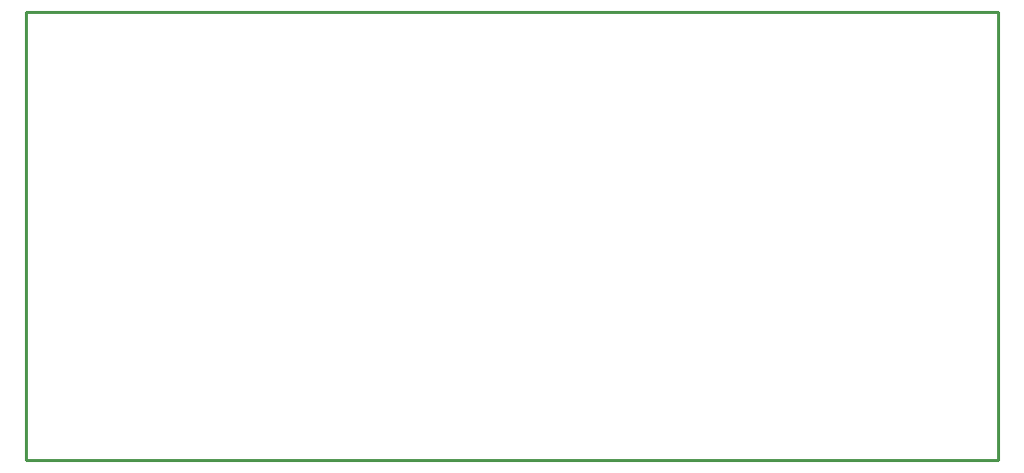
<source format=gm1>
%FSLAX24Y24*%
%MOIN*%
G70*
G01*
G75*
G04 Layer_Color=16711935*
%ADD10C,0.0300*%
%ADD11C,0.0630*%
%ADD12C,0.0551*%
%ADD13C,0.0591*%
%ADD14R,0.0591X0.0591*%
%ADD15C,0.0532*%
%ADD16R,0.0532X0.0532*%
%ADD17O,0.0394X0.0787*%
%ADD18O,0.0394X0.0787*%
%ADD19C,0.0591*%
%ADD20R,0.0591X0.0591*%
%ADD21C,0.0100*%
D21*
X20000Y24000D02*
Y39000D01*
X52500D01*
Y24000D02*
Y39000D01*
X20000Y24000D02*
X52500D01*
M02*

</source>
